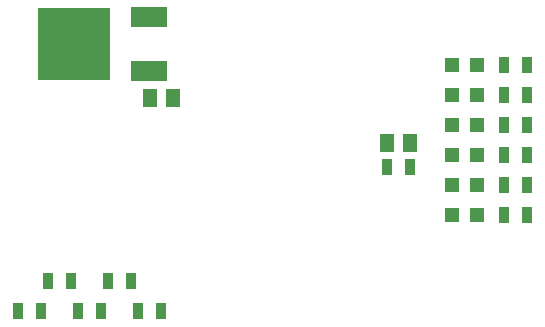
<source format=gbp>
G04 (created by PCBNEW (2013-mar-13)-testing) date śro, 14 sie 2013, 21:49:12*
%MOIN*%
G04 Gerber Fmt 3.4, Leading zero omitted, Abs format*
%FSLAX34Y34*%
G01*
G70*
G90*
G04 APERTURE LIST*
%ADD10C,0.005906*%
%ADD11R,0.047200X0.047200*%
%ADD12R,0.035000X0.055000*%
%ADD13R,0.120000X0.065000*%
%ADD14R,0.240000X0.240000*%
%ADD15R,0.051200X0.059000*%
G04 APERTURE END LIST*
G54D10*
G54D11*
X16974Y-11620D03*
X16148Y-11620D03*
X16974Y-10620D03*
X16148Y-10620D03*
X16974Y-9620D03*
X16148Y-9620D03*
X16974Y-8620D03*
X16148Y-8620D03*
X16974Y-7620D03*
X16148Y-7620D03*
G54D12*
X5686Y-15820D03*
X6436Y-15820D03*
X4686Y-14820D03*
X5436Y-14820D03*
X3686Y-15820D03*
X4436Y-15820D03*
X2686Y-14820D03*
X3436Y-14820D03*
X1686Y-15820D03*
X2436Y-15820D03*
G54D11*
X16974Y-12620D03*
X16148Y-12620D03*
G54D12*
X14736Y-11020D03*
X13986Y-11020D03*
X18636Y-11620D03*
X17886Y-11620D03*
X18636Y-10620D03*
X17886Y-10620D03*
X18636Y-9620D03*
X17886Y-9620D03*
X18636Y-8620D03*
X17886Y-8620D03*
X18636Y-7620D03*
X17886Y-7620D03*
X18636Y-12620D03*
X17886Y-12620D03*
G54D13*
X6061Y-6020D03*
G54D14*
X3561Y-6920D03*
G54D13*
X6061Y-7820D03*
G54D15*
X6836Y-8720D03*
X6086Y-8720D03*
X13986Y-10220D03*
X14736Y-10220D03*
M02*

</source>
